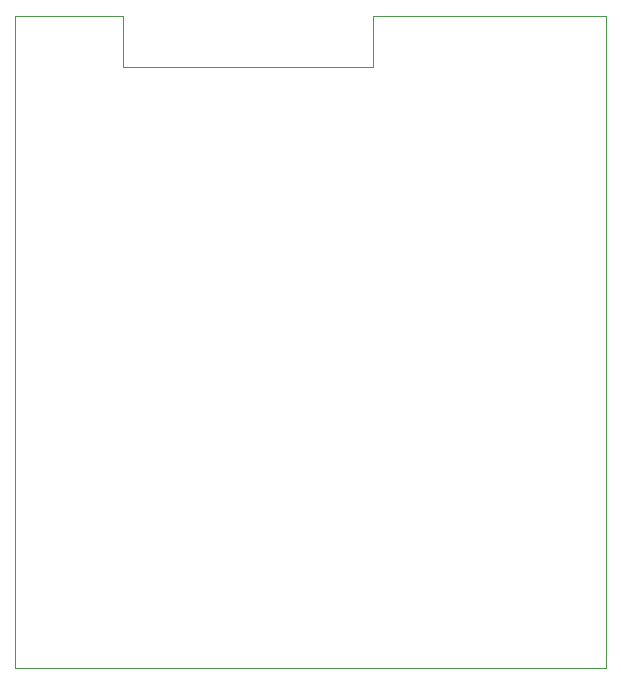
<source format=gbr>
G04 #@! TF.GenerationSoftware,KiCad,Pcbnew,(5.1.5-0-10_14)*
G04 #@! TF.CreationDate,2021-03-15T05:56:14+10:00*
G04 #@! TF.ProjectId,OH - Left Console 5 - Fuel Panel,4f48202d-204c-4656-9674-20436f6e736f,rev?*
G04 #@! TF.SameCoordinates,Original*
G04 #@! TF.FileFunction,Profile,NP*
%FSLAX46Y46*%
G04 Gerber Fmt 4.6, Leading zero omitted, Abs format (unit mm)*
G04 Created by KiCad (PCBNEW (5.1.5-0-10_14)) date 2021-03-15 05:56:14*
%MOMM*%
%LPD*%
G04 APERTURE LIST*
%ADD10C,0.050000*%
G04 APERTURE END LIST*
D10*
X145161000Y-47371000D02*
X125476000Y-47371000D01*
X104267000Y-47371000D02*
X95161000Y-47371000D01*
X104267000Y-51689000D02*
X104267000Y-47371000D01*
X125476000Y-51689000D02*
X104267000Y-51689000D01*
X125476000Y-47371000D02*
X125476000Y-51689000D01*
X145161000Y-102583000D02*
X145161000Y-47371000D01*
X95161000Y-47371000D02*
X95161000Y-102583000D01*
X95161000Y-102583000D02*
X145161000Y-102583000D01*
M02*

</source>
